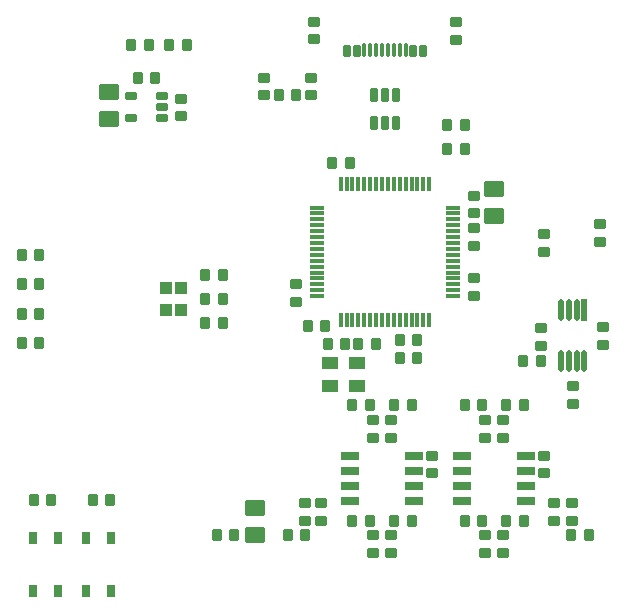
<source format=gbr>
%TF.GenerationSoftware,Altium Limited,Altium Designer,26.2.0 (7)*%
G04 Layer_Color=8421504*
%FSLAX45Y45*%
%MOMM*%
%TF.SameCoordinates,98F60570-CFD4-4618-BAC5-DA2D18F82F03*%
%TF.FilePolarity,Positive*%
%TF.FileFunction,Paste,Top*%
%TF.Part,Single*%
G01*
G75*
%TA.AperFunction,SMDPad,CuDef*%
G04:AMPARAMS|DCode=11|XSize=0.8mm|YSize=1mm|CornerRadius=0.1mm|HoleSize=0mm|Usage=FLASHONLY|Rotation=270.000|XOffset=0mm|YOffset=0mm|HoleType=Round|Shape=RoundedRectangle|*
%AMROUNDEDRECTD11*
21,1,0.80000,0.80000,0,0,270.0*
21,1,0.60000,1.00000,0,0,270.0*
1,1,0.20000,-0.40000,-0.30000*
1,1,0.20000,-0.40000,0.30000*
1,1,0.20000,0.40000,0.30000*
1,1,0.20000,0.40000,-0.30000*
%
%ADD11ROUNDEDRECTD11*%
G04:AMPARAMS|DCode=12|XSize=0.8mm|YSize=1mm|CornerRadius=0.1mm|HoleSize=0mm|Usage=FLASHONLY|Rotation=180.000|XOffset=0mm|YOffset=0mm|HoleType=Round|Shape=RoundedRectangle|*
%AMROUNDEDRECTD12*
21,1,0.80000,0.80000,0,0,180.0*
21,1,0.60000,1.00000,0,0,180.0*
1,1,0.20000,-0.30000,0.40000*
1,1,0.20000,0.30000,0.40000*
1,1,0.20000,0.30000,-0.40000*
1,1,0.20000,-0.30000,-0.40000*
%
%ADD12ROUNDEDRECTD12*%
G04:AMPARAMS|DCode=13|XSize=1.3mm|YSize=1.1mm|CornerRadius=0.055mm|HoleSize=0mm|Usage=FLASHONLY|Rotation=180.000|XOffset=0mm|YOffset=0mm|HoleType=Round|Shape=RoundedRectangle|*
%AMROUNDEDRECTD13*
21,1,1.30000,0.99000,0,0,180.0*
21,1,1.19000,1.10000,0,0,180.0*
1,1,0.11000,-0.59500,0.49500*
1,1,0.11000,0.59500,0.49500*
1,1,0.11000,0.59500,-0.49500*
1,1,0.11000,-0.59500,-0.49500*
%
%ADD13ROUNDEDRECTD13*%
G04:AMPARAMS|DCode=14|XSize=1.4mm|YSize=1.7mm|CornerRadius=0.175mm|HoleSize=0mm|Usage=FLASHONLY|Rotation=90.000|XOffset=0mm|YOffset=0mm|HoleType=Round|Shape=RoundedRectangle|*
%AMROUNDEDRECTD14*
21,1,1.40000,1.35000,0,0,90.0*
21,1,1.05000,1.70000,0,0,90.0*
1,1,0.35000,0.67500,0.52500*
1,1,0.35000,0.67500,-0.52500*
1,1,0.35000,-0.67500,-0.52500*
1,1,0.35000,-0.67500,0.52500*
%
%ADD14ROUNDEDRECTD14*%
%ADD15R,0.30480X1.19380*%
%ADD16R,1.19380X0.30480*%
%TA.AperFunction,TestPad*%
G04:AMPARAMS|DCode=17|XSize=1mm|YSize=0.7mm|CornerRadius=0.035mm|HoleSize=0mm|Usage=FLASHONLY|Rotation=90.000|XOffset=0mm|YOffset=0mm|HoleType=Round|Shape=RoundedRectangle|*
%AMROUNDEDRECTD17*
21,1,1.00000,0.63000,0,0,90.0*
21,1,0.93000,0.70000,0,0,90.0*
1,1,0.07000,0.31500,0.46500*
1,1,0.07000,0.31500,-0.46500*
1,1,0.07000,-0.31500,-0.46500*
1,1,0.07000,-0.31500,0.46500*
%
%ADD17ROUNDEDRECTD17*%
%TA.AperFunction,SMDPad,CuDef*%
G04:AMPARAMS|DCode=19|XSize=0.6mm|YSize=1.05mm|CornerRadius=0.075mm|HoleSize=0mm|Usage=FLASHONLY|Rotation=270.000|XOffset=0mm|YOffset=0mm|HoleType=Round|Shape=RoundedRectangle|*
%AMROUNDEDRECTD19*
21,1,0.60000,0.90000,0,0,270.0*
21,1,0.45000,1.05000,0,0,270.0*
1,1,0.15000,-0.45000,-0.22500*
1,1,0.15000,-0.45000,0.22500*
1,1,0.15000,0.45000,0.22500*
1,1,0.15000,0.45000,-0.22500*
%
%ADD19ROUNDEDRECTD19*%
%ADD20R,1.00000X1.00000*%
G04:AMPARAMS|DCode=21|XSize=1.8565mm|YSize=0.49798mm|CornerRadius=0.24899mm|HoleSize=0mm|Usage=FLASHONLY|Rotation=270.000|XOffset=0mm|YOffset=0mm|HoleType=Round|Shape=RoundedRectangle|*
%AMROUNDEDRECTD21*
21,1,1.85650,0.00000,0,0,270.0*
21,1,1.35852,0.49798,0,0,270.0*
1,1,0.49798,0.00000,-0.67926*
1,1,0.49798,0.00000,0.67926*
1,1,0.49798,0.00000,0.67926*
1,1,0.49798,0.00000,-0.67926*
%
%ADD21ROUNDEDRECTD21*%
G04:AMPARAMS|DCode=22|XSize=1.55mm|YSize=0.6mm|CornerRadius=0.051mm|HoleSize=0mm|Usage=FLASHONLY|Rotation=0.000|XOffset=0mm|YOffset=0mm|HoleType=Round|Shape=RoundedRectangle|*
%AMROUNDEDRECTD22*
21,1,1.55000,0.49800,0,0,0.0*
21,1,1.44800,0.60000,0,0,0.0*
1,1,0.10200,0.72400,-0.24900*
1,1,0.10200,-0.72400,-0.24900*
1,1,0.10200,-0.72400,0.24900*
1,1,0.10200,0.72400,0.24900*
%
%ADD22ROUNDEDRECTD22*%
G04:AMPARAMS|DCode=23|XSize=0.6mm|YSize=1.2mm|CornerRadius=0.075mm|HoleSize=0mm|Usage=FLASHONLY|Rotation=180.000|XOffset=0mm|YOffset=0mm|HoleType=Round|Shape=RoundedRectangle|*
%AMROUNDEDRECTD23*
21,1,0.60000,1.05000,0,0,180.0*
21,1,0.45000,1.20000,0,0,180.0*
1,1,0.15000,-0.22500,0.52500*
1,1,0.15000,0.22500,0.52500*
1,1,0.15000,0.22500,-0.52500*
1,1,0.15000,-0.22500,-0.52500*
%
%ADD23ROUNDEDRECTD23*%
%TA.AperFunction,TestPad*%
G04:AMPARAMS|DCode=24|XSize=0.6mm|YSize=1mm|CornerRadius=0.075mm|HoleSize=0mm|Usage=FLASHONLY|Rotation=180.000|XOffset=0mm|YOffset=0mm|HoleType=Round|Shape=RoundedRectangle|*
%AMROUNDEDRECTD24*
21,1,0.60000,0.85000,0,0,180.0*
21,1,0.45000,1.00000,0,0,180.0*
1,1,0.15000,-0.22500,0.42500*
1,1,0.15000,0.22500,0.42500*
1,1,0.15000,0.22500,-0.42500*
1,1,0.15000,-0.22500,-0.42500*
%
%ADD24ROUNDEDRECTD24*%
%TA.AperFunction,SMDPad,CuDef*%
%ADD25R,0.49798X1.85650*%
%TA.AperFunction,TestPad*%
G04:AMPARAMS|DCode=26|XSize=0.3mm|YSize=1.15mm|CornerRadius=0.0375mm|HoleSize=0mm|Usage=FLASHONLY|Rotation=180.000|XOffset=0mm|YOffset=0mm|HoleType=Round|Shape=RoundedRectangle|*
%AMROUNDEDRECTD26*
21,1,0.30000,1.07500,0,0,180.0*
21,1,0.22500,1.15000,0,0,180.0*
1,1,0.07500,-0.11250,0.53750*
1,1,0.07500,0.11250,0.53750*
1,1,0.07500,0.11250,-0.53750*
1,1,0.07500,-0.11250,-0.53750*
%
%ADD26ROUNDEDRECTD26*%
D11*
X3460000Y870000D02*
D03*
Y1020000D02*
D03*
X5320000Y2355000D02*
D03*
Y2505000D02*
D03*
X5850000Y2510000D02*
D03*
Y2360000D02*
D03*
X4750000Y3625000D02*
D03*
Y2925000D02*
D03*
X5350000Y3300000D02*
D03*
X5820000Y3385000D02*
D03*
X3250000Y2725000D02*
D03*
X5350000Y1425000D02*
D03*
X4400000D02*
D03*
X2975000Y4475000D02*
D03*
X2270000Y4297500D02*
D03*
X3375000Y4475000D02*
D03*
X4050000Y1725000D02*
D03*
X3900000D02*
D03*
X5000000D02*
D03*
X4850000D02*
D03*
X4050000Y600000D02*
D03*
X3900000D02*
D03*
X5000000D02*
D03*
X4850000D02*
D03*
X3250000Y2875000D02*
D03*
X4400000Y1275000D02*
D03*
X5350000D02*
D03*
X3320000Y1020000D02*
D03*
X3375000Y4625000D02*
D03*
X2975000D02*
D03*
X3400000Y4950000D02*
D03*
X4600000Y4945000D02*
D03*
X5580000Y1025000D02*
D03*
X5430000D02*
D03*
X4750000Y2775000D02*
D03*
Y3200000D02*
D03*
Y3475000D02*
D03*
X2270000Y4447500D02*
D03*
X5350000Y3150000D02*
D03*
X5820000Y3235000D02*
D03*
X3900000Y750000D02*
D03*
X4050000D02*
D03*
X4850000D02*
D03*
X5590000Y2015000D02*
D03*
X5000000Y750000D02*
D03*
X3900000Y1575000D02*
D03*
X4050000D02*
D03*
X4850000D02*
D03*
X5000000D02*
D03*
X4600000Y5095000D02*
D03*
X3400000Y5100000D02*
D03*
X4750000Y3350000D02*
D03*
X5590000Y1865000D02*
D03*
X3320000Y870000D02*
D03*
X5430000Y875000D02*
D03*
X5580000D02*
D03*
D12*
X3775000Y2370000D02*
D03*
X3925000D02*
D03*
X1075000Y3125000D02*
D03*
X925000D02*
D03*
X1075000Y2875000D02*
D03*
X925000D02*
D03*
X1075000Y2375000D02*
D03*
X925000D02*
D03*
X4675000Y4225000D02*
D03*
X4525000D02*
D03*
X4675000Y4025000D02*
D03*
X4525000D02*
D03*
X5320000Y2230000D02*
D03*
X5170000D02*
D03*
X1075000Y2625000D02*
D03*
X925000D02*
D03*
X3665000Y2370000D02*
D03*
X3515000D02*
D03*
X1850000Y4900000D02*
D03*
X2575000Y750000D02*
D03*
X3495000Y2520000D02*
D03*
X3550000Y3900000D02*
D03*
X5725000Y750000D02*
D03*
X2725000Y750000D02*
D03*
X3175000Y750000D02*
D03*
X4275000Y2250000D02*
D03*
X4275000Y2400000D02*
D03*
X3100000Y4475000D02*
D03*
X3250000D02*
D03*
X4075000Y1850000D02*
D03*
X3875000D02*
D03*
X5025000D02*
D03*
X4825000D02*
D03*
X1675000Y1050000D02*
D03*
X2325000Y4900000D02*
D03*
X3700000Y3900000D02*
D03*
X3345000Y2520000D02*
D03*
X4125000Y2400000D02*
D03*
X4125000Y2250000D02*
D03*
X4225000Y1850000D02*
D03*
X3725000D02*
D03*
X5175000D02*
D03*
X4675000D02*
D03*
X1525000Y1050000D02*
D03*
X1175000D02*
D03*
X2055000Y4622500D02*
D03*
X2625000Y2550000D02*
D03*
Y2750000D02*
D03*
Y2950000D02*
D03*
X1905000Y4622500D02*
D03*
X3875000Y875000D02*
D03*
X4075000D02*
D03*
X4825000D02*
D03*
X5025000D02*
D03*
X2000000Y4900000D02*
D03*
X2175000D02*
D03*
X2475000Y2950000D02*
D03*
Y2750000D02*
D03*
Y2550000D02*
D03*
X1025000Y1050000D02*
D03*
X3325000Y750000D02*
D03*
X4225000Y875000D02*
D03*
X3725000D02*
D03*
X5575000Y750000D02*
D03*
X4675000Y875000D02*
D03*
X5175000D02*
D03*
D13*
X3765000Y2205000D02*
D03*
X3535000Y2015000D02*
D03*
Y2205000D02*
D03*
X3765000Y2015000D02*
D03*
D14*
X4925000Y3678600D02*
D03*
X1660000Y4278200D02*
D03*
X2900000Y750000D02*
D03*
Y978600D02*
D03*
X4925000Y3450000D02*
D03*
X1660000Y4506800D02*
D03*
D15*
X3625000Y2575000D02*
D03*
Y3725000D02*
D03*
X4225000Y2575000D02*
D03*
X4075000D02*
D03*
X4025000D02*
D03*
X4375000D02*
D03*
X4325000D02*
D03*
X3675000Y3725000D02*
D03*
X4175000Y2575000D02*
D03*
X3825000D02*
D03*
X3875000D02*
D03*
X3725000Y3725000D02*
D03*
X3825000D02*
D03*
X3775000D02*
D03*
X3925000Y2575000D02*
D03*
X4375000Y3725000D02*
D03*
X4175000D02*
D03*
X4225000D02*
D03*
X4125000D02*
D03*
X4325000D02*
D03*
X3875000D02*
D03*
X3925000D02*
D03*
X3975000D02*
D03*
X4025000D02*
D03*
X4075000D02*
D03*
X4275000D02*
D03*
Y2575000D02*
D03*
X4125000D02*
D03*
X3975000D02*
D03*
X3775000D02*
D03*
X3725000D02*
D03*
X3675000D02*
D03*
D16*
X4575000Y2875000D02*
D03*
Y3525000D02*
D03*
X3425000Y2775000D02*
D03*
Y2975000D02*
D03*
X4575000D02*
D03*
X3425000Y2825000D02*
D03*
X4575000Y3475000D02*
D03*
Y2825000D02*
D03*
Y3075000D02*
D03*
X3425000Y3175000D02*
D03*
Y3025000D02*
D03*
Y3075000D02*
D03*
Y3125000D02*
D03*
Y3525000D02*
D03*
Y3225000D02*
D03*
X4575000Y3425000D02*
D03*
X3425000Y2875000D02*
D03*
Y2925000D02*
D03*
Y3275000D02*
D03*
Y3325000D02*
D03*
Y3375000D02*
D03*
Y3425000D02*
D03*
Y3475000D02*
D03*
X4575000Y3375000D02*
D03*
Y3325000D02*
D03*
Y3275000D02*
D03*
Y3225000D02*
D03*
Y3175000D02*
D03*
Y3125000D02*
D03*
Y3025000D02*
D03*
Y2925000D02*
D03*
Y2775000D02*
D03*
D17*
X1467500Y725000D02*
D03*
Y275000D02*
D03*
X1682500Y725000D02*
D03*
Y275000D02*
D03*
X1232500D02*
D03*
Y725000D02*
D03*
X1017500D02*
D03*
Y275000D02*
D03*
D19*
X1847500Y4282500D02*
D03*
X2112500D02*
D03*
Y4472500D02*
D03*
Y4377500D02*
D03*
X1847500Y4472500D02*
D03*
D20*
X2150000Y2657500D02*
D03*
Y2842500D02*
D03*
X2275000D02*
D03*
Y2657500D02*
D03*
D21*
X5687500Y2224914D02*
D03*
X5557500Y2655086D02*
D03*
X5492500D02*
D03*
X5557500Y2224914D02*
D03*
X5622500D02*
D03*
X5492500D02*
D03*
X5622500Y2655086D02*
D03*
D22*
X5190000Y1420500D02*
D03*
X4245000D02*
D03*
X4650000Y1039500D02*
D03*
X3705000D02*
D03*
Y1166500D02*
D03*
X4245000Y1039500D02*
D03*
X4650000Y1166500D02*
D03*
X5190000Y1039500D02*
D03*
X3705000Y1420500D02*
D03*
Y1293500D02*
D03*
X4245000Y1166500D02*
D03*
Y1293500D02*
D03*
X4650000Y1420500D02*
D03*
Y1293500D02*
D03*
X5190000Y1166500D02*
D03*
Y1293500D02*
D03*
D23*
X4000000Y4240000D02*
D03*
Y4480000D02*
D03*
X4095000Y4240000D02*
D03*
X3905000D02*
D03*
X4095000Y4480000D02*
D03*
X3905000D02*
D03*
D24*
X3760000Y4854700D02*
D03*
X4240000D02*
D03*
X4320000D02*
D03*
X3679999D02*
D03*
D25*
X5687500Y2655086D02*
D03*
D26*
X4125000Y4862250D02*
D03*
X3825000D02*
D03*
X4075000D02*
D03*
X3975000D02*
D03*
X3925000D02*
D03*
X4025000D02*
D03*
X4175000D02*
D03*
X3875000D02*
D03*
%TF.MD5,0e21ddce2a101b71e940999f19a7d267*%
M02*

</source>
